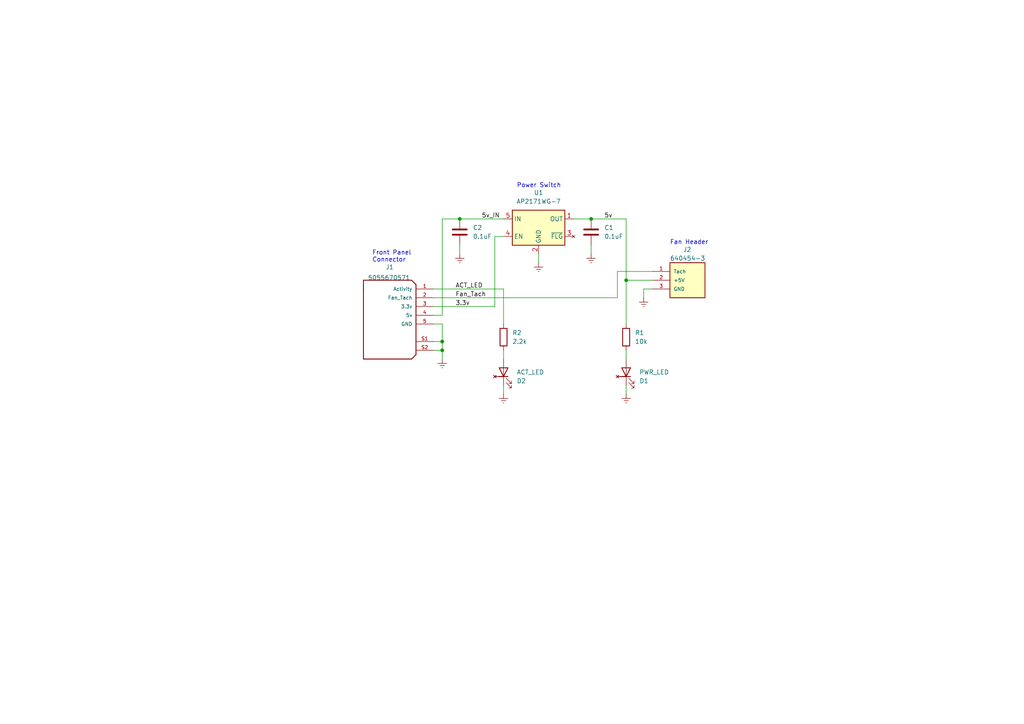
<source format=kicad_sch>
(kicad_sch (version 20211123) (generator eeschema)
  (paper "A4")
  (title_block (title "Proteus Indicator Board") (date "2023-05-03") (rev "v1.2") (company "Mercadian Systems LLC"))
  (lib_symbols
    (symbol "5055670571:5055670571" (pin_names (offset 1.016))
      (property "Reference" "J1" (at 0 13.97 0))
      (property "Value" "5055670571" (at -6.35 10.16 0))
      (symbol "5055670571_0_0"
        (polyline (pts (xy -7.62 -12.7) (xy 6.35 -12.7)) (stroke (width 0.254)))
        (polyline (pts (xy -7.62 7.62) (xy -7.62 -12.7)) (stroke (width 0.254)))
        (polyline (pts (xy -7.62 10.16) (xy -7.62 7.62)) (stroke (width 0.254)))
        (polyline (pts (xy 6.35 10.16) (xy -7.62 10.16)) (stroke (width 0.254)))
        (polyline (pts (xy 7.62 -11.43) (xy 6.35 -12.7)) (stroke (width 0.254)))
        (polyline (pts (xy 7.62 -11.43) (xy 7.62 8.89)) (stroke (width 0.254)))
        (polyline (pts (xy 7.62 8.89) (xy 6.35 10.16)) (stroke (width 0.254)))
        (pin passive line (at 12.7 7.62 180) (length 5.08) (name "Activity") (number "1"))
        (pin passive line (at 12.7 5.08 180) (length 5.08) (name "Fan_Tach") (number "2"))
        (pin passive line (at 12.7 2.54 180) (length 5.08) (name "3.3v") (number "3"))
        (pin passive line (at 12.7 0 180) (length 5.08) (name "5v") (number "4"))
        (pin passive line (at 12.7 -2.54 180) (length 5.08) (name "GND") (number "5"))
        (pin passive line (at 12.7 -7.62 180) (length 5.08) (name "") (number "S1"))
        (pin passive line (at 12.7 -10.16 180) (length 5.08) (name "") (number "S2"))
      )
    )
    (symbol "640454-3:640454-3" (pin_names (offset 1.016))
      (property "Reference" "J2" (at -1.27 -10.16 0))
      (property "Value" "640454-3" (at -5.08 -7.62 0))
      (symbol "640454-3_0_0"
        (rectangle (start -5.08 -5.08) (end 5.08 5.08) (stroke (width 0.254)) (fill (type background)))
        (pin output line (at -10.16 2.54 0) (length 5.08) (name "Tach") (number "1"))
        (pin power_in line (at -10.16 0 0) (length 5.08) (name "+5V") (number "2"))
        (pin power_out line (at -10.16 -2.54 0) (length 5.08) (name "GND") (number "3"))
      )
    )
    (symbol "Device:C" (pin_numbers hide) (pin_names (offset 0.254))
      (property "Reference" "C" (at 0.635 2.54 0))
      (property "Value" "C" (at 0.635 -2.54 0))
      (symbol "C_0_1"
        (polyline (pts (xy -2.032 -0.762) (xy 2.032 -0.762)) (stroke (width 0.508)))
        (polyline (pts (xy -2.032 0.762) (xy 2.032 0.762)) (stroke (width 0.508)))
      )
      (symbol "C_1_1"
        (pin passive line (at 0 3.81 270) (length 2.794) (name "~") (number "1"))
        (pin passive line (at 0 -3.81 90) (length 2.794) (name "~") (number "2"))
      )
    )
    (symbol "Device:LED" (pin_numbers hide) (pin_names (offset 1.016) hide)
      (property "Reference" "D2" (at 3.81 -0.3174 90))
      (property "Value" "ACT_LED" (at 3.81 -2.8574 90))
      (symbol "LED_0_1"
        (polyline (pts (xy -1.27 -1.27) (xy -1.27 1.27)) (stroke (width 0.254)))
        (polyline (pts (xy -1.27 0) (xy 1.27 0)))
        (polyline (pts (xy 1.27 -1.27) (xy 1.27 1.27) (xy -1.27 0) (xy 1.27 -1.27)) (stroke (width 0.254)))
        (polyline (pts (xy -3.048 -0.762) (xy -4.572 -2.286) (xy -3.81 -2.286) (xy -4.572 -2.286) (xy -4.572 -1.524)))
        (polyline (pts (xy -1.778 -0.762) (xy -3.302 -2.286) (xy -2.54 -2.286) (xy -3.302 -2.286) (xy -3.302 -1.524)))
      )
      (symbol "LED_1_1"
        (pin no_connect line (at -1.27 2.54 270) (length 2.54) (name "A") (number "0"))
        (pin passive line (at -3.81 0 0) (length 2.54) (name "K") (number "1"))
        (pin passive line (at 3.81 0 180) (length 2.54) (name "A") (number "2"))
        (pin no_connect line (at -1.27 2.54 270) (length 2.54) (name "A") (number "3"))
      )
    )
    (symbol "Device:R" (pin_numbers hide) (pin_names (offset 0))
      (property "Reference" "R" (at 2.032 0 90))
      (property "Value" "R" (at 0 0 90))
      (symbol "R_0_1"
        (rectangle (start -1.016 -2.54) (end 1.016 2.54) (stroke (width 0.254)))
      )
      (symbol "R_1_1"
        (pin passive line (at 0 3.81 270) (length 1.27) (name "~") (number "1"))
        (pin passive line (at 0 -3.81 90) (length 1.27) (name "~") (number "2"))
      )
    )
    (symbol "LED_1" (pin_numbers hide) (pin_names (offset 1.016) hide)
      (property "Reference" "D1" (at 3.81 -0.3174 90))
      (property "Value" "PWR_LED" (at 3.81 -2.8574 90))
      (symbol "LED_1_0_1"
        (polyline (pts (xy -1.27 -1.27) (xy -1.27 1.27)) (stroke (width 0.254)))
        (polyline (pts (xy -1.27 0) (xy 1.27 0)))
        (polyline (pts (xy 1.27 -1.27) (xy 1.27 1.27) (xy -1.27 0) (xy 1.27 -1.27)) (stroke (width 0.254)))
        (polyline (pts (xy -3.048 -0.762) (xy -4.572 -2.286) (xy -3.81 -2.286) (xy -4.572 -2.286) (xy -4.572 -1.524)))
        (polyline (pts (xy -1.778 -0.762) (xy -3.302 -2.286) (xy -2.54 -2.286) (xy -3.302 -2.286) (xy -3.302 -1.524)))
      )
      (symbol "LED_1_1_1"
        (pin no_connect line (at -1.27 2.54 270) (length 2.54) (name "A") (number "0"))
        (pin passive line (at -3.81 0 0) (length 2.54) (name "K") (number "1"))
        (pin passive line (at 3.81 0 180) (length 2.54) (name "A") (number "2"))
        (pin no_connect line (at -1.27 2.54 270) (length 2.54) (name "A") (number "3"))
      )
    )
    (symbol "Power_Management:AP2171W"
      (property "Reference" "U1" (at 0 10.16 0))
      (property "Value" "AP2171W" (at 0 7.62 0))
      (symbol "AP2171W_0_1"
        (rectangle (start -7.62 5.08) (end 7.62 -5.08) (stroke (width 0.254)) (fill (type background)))
      )
      (symbol "AP2171W_1_1"
        (pin power_out line (at 10.16 2.54 180) (length 2.54) (name "OUT") (number "1"))
        (pin power_in line (at 0 -7.62 90) (length 2.54) (name "GND") (number "2"))
        (pin no_connect line (at 10.16 -2.54 180) (length 2.54) (name "~{FLG}") (number "3"))
        (pin input line (at -10.16 -2.54 0) (length 2.54) (name "EN") (number "4"))
        (pin power_in line (at -10.16 2.54 0) (length 2.54) (name "IN") (number "5"))
      )
    )
    (symbol "power:Earth" (power) (pin_names (offset 0))
      (symbol "Earth_0_1"
        (polyline (pts (xy -0.635 -1.905) (xy 0.635 -1.905)))
        (polyline (pts (xy -0.127 -2.54) (xy 0.127 -2.54)))
        (polyline (pts (xy 0 -1.27) (xy 0 0)))
        (polyline (pts (xy 1.27 -1.27) (xy -1.27 -1.27)))
      )
      (symbol "Earth_1_1"
        (pin power_in line (at 0 0 270) (length 0) hide (name "Earth") (number "1"))
      )
    )
  )
  (junction (at 128.27 101.6))
  (junction (at 171.45 63.5))
  (junction (at 181.61 81.28))
  (junction (at 128.27 99.06))
  (junction (at 133.35 63.5))
  (wire (pts (xy 128.27 101.6) (xy 128.27 104.14)))
  (wire (pts (xy 171.45 63.5) (xy 181.61 63.5)))
  (wire (pts (xy 181.61 111.76) (xy 181.61 114.3)))
  (wire (pts (xy 143.51 68.58) (xy 146.05 68.58)))
  (wire (pts (xy 125.73 88.9) (xy 143.51 88.9)))
  (wire (pts (xy 181.61 81.28) (xy 189.23 81.28)))
  (wire (pts (xy 186.69 83.82) (xy 186.69 86.36)))
  (wire (pts (xy 125.73 99.06) (xy 128.27 99.06)))
  (wire (pts (xy 156.21 73.66) (xy 156.21 76.2)))
  (wire (pts (xy 146.05 101.6) (xy 146.05 104.14)))
  (wire (pts (xy 125.73 101.6) (xy 128.27 101.6)))
  (wire (pts (xy 181.61 101.6) (xy 181.61 104.14)))
  (wire (pts (xy 146.05 83.82) (xy 146.05 93.98)))
  (wire (pts (xy 133.35 71.12) (xy 133.35 73.66)))
  (wire (pts (xy 125.73 93.98) (xy 128.27 93.98)))
  (wire (pts (xy 146.05 111.76) (xy 146.05 114.3)))
  (wire (pts (xy 128.27 93.98) (xy 128.27 99.06)))
  (wire (pts (xy 166.37 63.5) (xy 171.45 63.5)))
  (wire (pts (xy 181.61 63.5) (xy 181.61 81.28)))
  (wire (pts (xy 125.73 91.44) (xy 128.27 91.44)))
  (wire (pts (xy 179.07 78.74) (xy 189.23 78.74)))
  (wire (pts (xy 125.73 83.82) (xy 146.05 83.82)))
  (wire (pts (xy 128.27 63.5) (xy 128.27 91.44)))
  (wire (pts (xy 128.27 99.06) (xy 128.27 101.6)))
  (wire (pts (xy 179.07 78.74) (xy 179.07 86.36)))
  (wire (pts (xy 133.35 63.5) (xy 146.05 63.5)))
  (wire (pts (xy 189.23 83.82) (xy 186.69 83.82)))
  (wire (pts (xy 181.61 81.28) (xy 181.61 93.98)))
  (wire (pts (xy 171.45 71.12) (xy 171.45 73.66)))
  (wire (pts (xy 125.73 86.36) (xy 179.07 86.36)))
  (wire (pts (xy 128.27 63.5) (xy 133.35 63.5)))
  (wire (pts (xy 143.51 68.58) (xy 143.51 88.9)))
  (text "Front Panel\nConnector" (at 107.95 76.2 0) (effects (font (size 1.27 1.27)) (justify left bottom)))
  (text "Fan Header" (at 194.31 71.12 0) (effects (font (size 1.27 1.27)) (justify left bottom)))
  (text "Power Switch" (at 149.86 54.61 0) (effects (font (size 1.27 1.27)) (justify left bottom)))
  (label "ACT_LED" (at 132.08 83.82 0))
  (label "3.3v" (at 132.08 88.9 0))
  (label "5v_IN" (at 139.7 63.5 0))
  (label "5v" (at 175.26 63.5 0))
  (label "Fan_Tach" (at 132.08 86.36 0))
  (symbol (lib_id "power:Earth") (at 146.05 114.3 0) (unit 1)
    (property "Reference" "#PWR0104" (effects hide))
    (property "Value" "Earth" (effects hide))
  )
  (symbol (lib_name "LED_1") (lib_id "Device:LED") (at 181.61 107.95 90) (unit 1)
    (property "Reference" "D1" (at 185.42 110.49 90) (effects (justify right)))
    (property "Value" "PWR_LED" (at 185.42 107.95 90) (effects (justify right)))
    (property "Footprint" "LED_SMD:LED_Cree-PLCC4_3.2x2.8mm_CCW" (effects hide))
    (property "Datasheet" "https://www.mouser.com/datasheet/2/723/1410_CLM2D_GPC_BPC-2257056.pdf" (effects hide))
  )
  (symbol (lib_id "Device:LED") (at 146.05 107.95 90) (unit 1)
    (property "Reference" "D2" (at 149.86 110.49 90) (effects (justify right)))
    (property "Value" "ACT_LED" (at 149.86 107.95 90) (effects (justify right)))
    (property "Footprint" "LED_SMD:LED_Cree-PLCC4_3.2x2.8mm_CCW" (effects hide))
    (property "Datasheet" "https://www.mouser.com/datasheet/2/723/1374_CLM2D_RCC_ACC-2256618.pdf" (effects hide))
  )
  (symbol (lib_id "Device:C") (at 171.45 67.31 0) (unit 1)
    (property "Reference" "C1" (at 175.26 66.0399 0) (effects (justify left)))
    (property "Value" "0.1uF" (at 175.26 68.5799 0) (effects (justify left)))
    (property "Footprint" "Capacitor_SMD:C_0603_1608Metric" (effects hide))
  )
  (symbol (lib_id "Device:R") (at 146.05 97.79 0) (unit 1)
    (property "Reference" "R2" (at 148.59 96.5199 0) (effects (justify left)))
    (property "Value" "2.2k" (at 148.59 99.0599 0) (effects (justify left)))
    (property "Footprint" "Resistor_SMD:R_0603_1608Metric" (effects hide))
    (property "Datasheet" "https://www.mouser.com/datasheet/2/219/RK73B-1825463.pdf" (effects hide))
  )
  (symbol (lib_id "power:Earth") (at 133.35 73.66 0) (unit 1)
    (property "Reference" "#PWR0101" (effects hide))
    (property "Value" "Earth" (effects hide))
  )
  (symbol (lib_id "power:Earth") (at 186.69 86.36 0) (unit 1)
    (property "Reference" "#PWR0106" (effects hide))
    (property "Value" "Earth" (effects hide))
  )
  (symbol (lib_id "640454-3:640454-3") (at 199.39 81.28 0) (unit 1)
    (property "Reference" "J2" (at 198.12 72.39 0) (effects (justify left)))
    (property "Value" "640454-3" (at 194.31 74.93 0) (effects (justify left)))
    (property "Footprint" "Connector:FanPinHeader_1x03_P2.54mm_Vertical" (effects hide))
    (property "Datasheet" "https://www.te.com/commerce/DocumentDelivery/DDEController?Action=srchrtrv&DocNm=640454&DocType=Customer+Drawing&DocLang=English&PartCntxt=640454-3&DocFormat=pdf" (effects hide))
    (property "Comment" "Any 3-pin fan header w/ key or tongue" (effects hide))
    (property "JLC" "C305803" (effects hide))
    (property "LCSC" "C305803" (effects hide))
  )
  (symbol (lib_id "power:Earth") (at 156.21 76.2 0) (unit 1)
    (property "Reference" "#PWR0107" (effects hide))
    (property "Value" "Earth" (effects hide))
  )
  (symbol (lib_id "Device:R") (at 181.61 97.79 0) (unit 1)
    (property "Reference" "R1" (at 184.15 96.5199 0) (effects (justify left)))
    (property "Value" "10k" (at 184.15 99.0599 0) (effects (justify left)))
    (property "Footprint" "Resistor_SMD:R_0603_1608Metric" (effects hide))
    (property "Datasheet" "https://www.mouser.com/datasheet/2/219/RK73B-1825463.pdf" (effects hide))
  )
  (symbol (lib_id "Device:C") (at 133.35 67.31 0) (unit 1)
    (property "Reference" "C2" (at 137.16 66.04 0) (effects (justify left)))
    (property "Value" "0.1uF" (at 137.16 68.58 0) (effects (justify left)))
    (property "Footprint" "Capacitor_SMD:C_0603_1608Metric" (effects hide))
  )
  (symbol (lib_id "power:Earth") (at 171.45 73.66 0) (unit 1)
    (property "Reference" "#PWR0102" (effects hide))
    (property "Value" "Earth" (effects hide))
  )
  (symbol (lib_id "Power_Management:AP2171W") (at 156.21 66.04 0) (unit 1)
    (property "Reference" "U1" (at 156.21 55.88 0))
    (property "Value" "AP2171WG-7" (at 156.21 58.42 0))
    (property "Footprint" "Package_TO_SOT_SMD:SOT-23-5" (effects hide))
    (property "Datasheet" "https://www.diodes.com/assets/Datasheets/AP2161.pdf" (effects hide))
    (property "JLC" "C110466" (effects hide))
    (property "LCSC" "C110466" (effects hide))
  )
  (symbol (lib_id "power:Earth") (at 128.27 104.14 0) (unit 1)
    (property "Reference" "#PWR0105" (effects hide))
    (property "Value" "Earth" (effects hide))
  )
  (symbol (lib_id "power:Earth") (at 181.61 114.3 0) (unit 1)
    (property "Reference" "#PWR0103" (effects hide))
    (property "Value" "Earth" (effects hide))
  )
  (symbol (lib_id "5055670571:5055670571") (at 113.03 91.44 0) (unit 1)
    (property "Reference" "J1" (at 113.03 77.47 0))
    (property "Value" "5055670571" (at 106.68 81.28 0) (effects (justify left bottom)))
    (property "Footprint" "footprints:MOLEX_5055670571" (effects hide))
    (property "Datasheet" "https://www.mouser.com/datasheet/2/276/2/5055670571_PCB_HEADERS-1914913.pdf" (effects hide))
    (property "MANUFACTURER" "Molex" (effects hide))
    (property "PARTREV" "C" (effects hide))
    (property "MAXIMUM_PACKAGE_HEIGHT" "3.9 mm" (effects hide))
    (property "STANDARD" "Manufacturer Recommendations" (effects hide))
    (property "Mouser Link" "https://www.mouser.com/ProductDetail/538-505567-0571" (effects hide))
    (property "JLC" "C505368" (effects hide))
    (property "LCSC" "C505368" (effects hide))
  )
)
</source>
